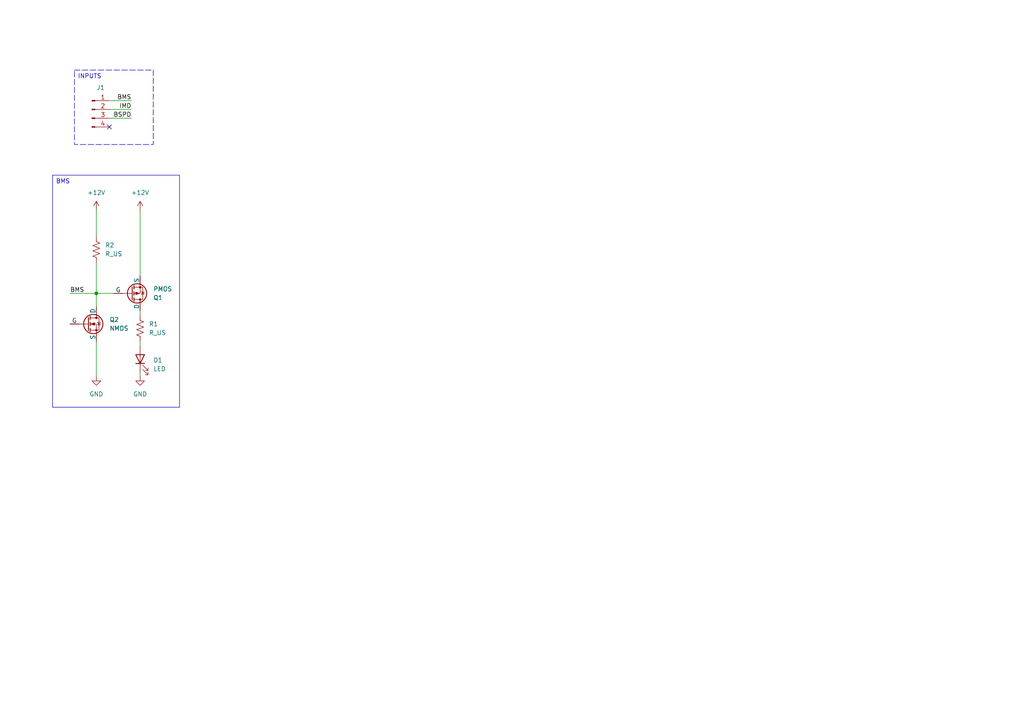
<source format=kicad_sch>
(kicad_sch (version 20230121) (generator eeschema)
  (paper "A4")
  (lib_symbols
    (symbol "Connector:Conn_01x04_Pin" (pin_names (offset 1.016) hide)
      (property "Reference" "J" (at 0 5.08 0))
      (property "Value" "Conn_01x04_Pin" (at 0 -7.62 0))
      (symbol "Conn_01x04_Pin_1_1"
        (polyline (pts (xy 1.27 -5.08) (xy 0.8636 -5.08)) (stroke (width 0.1524)))
        (polyline (pts (xy 1.27 -2.54) (xy 0.8636 -2.54)) (stroke (width 0.1524)))
        (polyline (pts (xy 1.27 0) (xy 0.8636 0)) (stroke (width 0.1524)))
        (polyline (pts (xy 1.27 2.54) (xy 0.8636 2.54)) (stroke (width 0.1524)))
        (rectangle (start 0.8636 -4.953) (end 0 -5.207) (stroke (width 0.1524)) (fill (type outline)))
        (rectangle (start 0.8636 -2.413) (end 0 -2.667) (stroke (width 0.1524)) (fill (type outline)))
        (rectangle (start 0.8636 0.127) (end 0 -0.127) (stroke (width 0.1524)) (fill (type outline)))
        (rectangle (start 0.8636 2.667) (end 0 2.413) (stroke (width 0.1524)) (fill (type outline)))
        (pin passive line (at 5.08 2.54 180) (length 3.81) (name "Pin_1") (number "1"))
        (pin passive line (at 5.08 0 180) (length 3.81) (name "Pin_2") (number "2"))
        (pin passive line (at 5.08 -2.54 180) (length 3.81) (name "Pin_3") (number "3"))
        (pin passive line (at 5.08 -5.08 180) (length 3.81) (name "Pin_4") (number "4"))
      )
    )
    (symbol "Device:LED" (pin_numbers hide) (pin_names (offset 1.016) hide)
      (property "Reference" "D" (at 0 2.54 0))
      (property "Value" "LED" (at 0 -2.54 0))
      (symbol "LED_0_1"
        (polyline (pts (xy -1.27 -1.27) (xy -1.27 1.27)) (stroke (width 0.254)))
        (polyline (pts (xy -1.27 0) (xy 1.27 0)))
        (polyline (pts (xy 1.27 -1.27) (xy 1.27 1.27) (xy -1.27 0) (xy 1.27 -1.27)) (stroke (width 0.254)))
        (polyline (pts (xy -3.048 -0.762) (xy -4.572 -2.286) (xy -3.81 -2.286) (xy -4.572 -2.286) (xy -4.572 -1.524)))
        (polyline (pts (xy -1.778 -0.762) (xy -3.302 -2.286) (xy -2.54 -2.286) (xy -3.302 -2.286) (xy -3.302 -1.524)))
      )
      (symbol "LED_1_1"
        (pin passive line (at -3.81 0 0) (length 2.54) (name "K") (number "1"))
        (pin passive line (at 3.81 0 180) (length 2.54) (name "A") (number "2"))
      )
    )
    (symbol "Device:R_US" (pin_numbers hide) (pin_names (offset 0))
      (property "Reference" "R" (at 2.54 0 90))
      (property "Value" "R_US" (at -2.54 0 90))
      (symbol "R_US_0_1"
        (polyline (pts (xy 0 -2.286) (xy 0 -2.54)))
        (polyline (pts (xy 0 2.286) (xy 0 2.54)))
        (polyline (pts (xy 0 -0.762) (xy 1.016 -1.143) (xy 0 -1.524) (xy -1.016 -1.905) (xy 0 -2.286)))
        (polyline (pts (xy 0 0.762) (xy 1.016 0.381) (xy 0 0) (xy -1.016 -0.381) (xy 0 -0.762)))
        (polyline (pts (xy 0 2.286) (xy 1.016 1.905) (xy 0 1.524) (xy -1.016 1.143) (xy 0 0.762)))
      )
      (symbol "R_US_1_1"
        (pin passive line (at 0 3.81 270) (length 1.27) (name "~") (number "1"))
        (pin passive line (at 0 -3.81 90) (length 1.27) (name "~") (number "2"))
      )
    )
    (symbol "Simulation_SPICE:NMOS" (pin_numbers hide) (pin_names (offset 0))
      (property "Reference" "Q" (at 5.08 1.27 0))
      (property "Value" "NMOS" (at 5.08 -1.27 0))
      (symbol "NMOS_0_1"
        (polyline (pts (xy 0.254 0) (xy -2.54 0)))
        (polyline (pts (xy 0.254 1.905) (xy 0.254 -1.905)) (stroke (width 0.254)))
        (polyline (pts (xy 0.762 -1.27) (xy 0.762 -2.286)) (stroke (width 0.254)))
        (polyline (pts (xy 0.762 0.508) (xy 0.762 -0.508)) (stroke (width 0.254)))
        (polyline (pts (xy 0.762 2.286) (xy 0.762 1.27)) (stroke (width 0.254)))
        (polyline (pts (xy 2.54 2.54) (xy 2.54 1.778)))
        (polyline (pts (xy 2.54 -2.54) (xy 2.54 0) (xy 0.762 0)))
        (polyline (pts (xy 0.762 -1.778) (xy 3.302 -1.778) (xy 3.302 1.778) (xy 0.762 1.778)))
        (polyline (pts (xy 1.016 0) (xy 2.032 0.381) (xy 2.032 -0.381) (xy 1.016 0)) (fill (type outline)))
        (polyline (pts (xy 2.794 0.508) (xy 2.921 0.381) (xy 3.683 0.381) (xy 3.81 0.254)))
        (polyline (pts (xy 3.302 0.381) (xy 2.921 -0.254) (xy 3.683 -0.254) (xy 3.302 0.381)))
        (circle (center 1.651 0) (radius 2.794) (stroke (width 0.254)))
        (circle (center 2.54 -1.778) (radius 0.254) (fill (type outline)))
        (circle (center 2.54 1.778) (radius 0.254) (fill (type outline)))
      )
      (symbol "NMOS_1_1"
        (pin passive line (at 2.54 5.08 270) (length 2.54) (name "D") (number "1"))
        (pin input line (at -5.08 0 0) (length 2.54) (name "G") (number "2"))
        (pin passive line (at 2.54 -5.08 90) (length 2.54) (name "S") (number "3"))
      )
    )
    (symbol "Simulation_SPICE:PMOS" (pin_numbers hide) (pin_names (offset 0))
      (property "Reference" "Q" (at 5.08 1.27 0))
      (property "Value" "PMOS" (at 5.08 -1.27 0))
      (symbol "PMOS_0_1"
        (polyline (pts (xy 0.254 0) (xy -2.54 0)))
        (polyline (pts (xy 0.254 1.905) (xy 0.254 -1.905)) (stroke (width 0.254)))
        (polyline (pts (xy 0.762 -1.27) (xy 0.762 -2.286)) (stroke (width 0.254)))
        (polyline (pts (xy 0.762 0.508) (xy 0.762 -0.508)) (stroke (width 0.254)))
        (polyline (pts (xy 0.762 2.286) (xy 0.762 1.27)) (stroke (width 0.254)))
        (polyline (pts (xy 2.54 2.54) (xy 2.54 1.778)))
        (polyline (pts (xy 2.54 -2.54) (xy 2.54 0) (xy 0.762 0)))
        (polyline (pts (xy 0.762 1.778) (xy 3.302 1.778) (xy 3.302 -1.778) (xy 0.762 -1.778)))
        (polyline (pts (xy 2.286 0) (xy 1.27 0.381) (xy 1.27 -0.381) (xy 2.286 0)) (fill (type outline)))
        (polyline (pts (xy 2.794 -0.508) (xy 2.921 -0.381) (xy 3.683 -0.381) (xy 3.81 -0.254)))
        (polyline (pts (xy 3.302 -0.381) (xy 2.921 0.254) (xy 3.683 0.254) (xy 3.302 -0.381)))
        (circle (center 1.651 0) (radius 2.794) (stroke (width 0.254)))
        (circle (center 2.54 -1.778) (radius 0.254) (fill (type outline)))
        (circle (center 2.54 1.778) (radius 0.254) (fill (type outline)))
      )
      (symbol "PMOS_1_1"
        (pin passive line (at 2.54 5.08 270) (length 2.54) (name "D") (number "1"))
        (pin input line (at -5.08 0 0) (length 2.54) (name "G") (number "2"))
        (pin passive line (at 2.54 -5.08 90) (length 2.54) (name "S") (number "3"))
      )
    )
    (symbol "power:+12V" (power) (pin_names (offset 0))
      (property "Value" "+12V" (at 0 3.556 0))
      (symbol "+12V_0_1"
        (polyline (pts (xy -0.762 1.27) (xy 0 2.54)))
        (polyline (pts (xy 0 0) (xy 0 2.54)))
        (polyline (pts (xy 0 2.54) (xy 0.762 1.27)))
      )
      (symbol "+12V_1_1"
        (pin power_in line (at 0 0 90) (length 0) hide (name "+12V") (number "1"))
      )
    )
    (symbol "power:GND" (power) (pin_names (offset 0))
      (property "Value" "GND" (at 0 -3.81 0))
      (symbol "GND_0_1"
        (polyline (pts (xy 0 0) (xy 0 -1.27) (xy 1.27 -1.27) (xy 0 -2.54) (xy -1.27 -1.27) (xy 0 -1.27)))
      )
      (symbol "GND_1_1"
        (pin power_in line (at 0 0 270) (length 0) hide (name "GND") (number "1"))
      )
    )
  )
  (junction (at 27.94 85.09))
  (no_connect (at 31.75 36.83))
  (wire (pts (xy 40.64 90.17) (xy 40.64 91.44)))
  (wire (pts (xy 38.1 34.29) (xy 31.75 34.29)))
  (wire (pts (xy 40.64 99.06) (xy 40.64 100.33)))
  (wire (pts (xy 27.94 68.58) (xy 27.94 60.96)))
  (wire (pts (xy 38.1 29.21) (xy 31.75 29.21)))
  (wire (pts (xy 27.94 88.9) (xy 27.94 85.09)))
  (wire (pts (xy 27.94 85.09) (xy 20.32 85.09)))
  (wire (pts (xy 27.94 76.2) (xy 27.94 85.09)))
  (wire (pts (xy 38.1 31.75) (xy 31.75 31.75)))
  (wire (pts (xy 40.64 107.95) (xy 40.64 109.22)))
  (wire (pts (xy 40.64 60.96) (xy 40.64 80.01)))
  (wire (pts (xy 27.94 109.22) (xy 27.94 99.06)))
  (wire (pts (xy 33.02 85.09) (xy 27.94 85.09)))
  (text_box "BMS" (at 15.24 50.8 0) (size 36.83 67.31) (effects (font (size 1.27 1.27)) (justify left top)))
  (text_box "INPUTS\n" (at 21.59 20.32 0) (size 22.86 21.59) (stroke (width 0) (type dash)) (effects (font (size 1.27 1.27)) (justify left top)))
  (label "BSPD" (at 38.1 34.29 180))
  (label "BMS" (at 38.1 29.21 180))
  (label "BMS" (at 20.32 85.09 0))
  (label "IMD" (at 38.1 31.75 180))
  (symbol (lib_id "Device:LED") (at 40.64 104.14 90) (unit 1)
    (property "Reference" "D1" (at 44.45 104.4575 90) (effects (justify right)))
    (property "Value" "LED" (at 44.45 106.9975 90) (effects (justify right)))
  )
  (symbol (lib_id "power:+12V") (at 40.64 60.96 0) (unit 1)
    (property "Reference" "#PWR01" (effects hide))
    (property "Value" "+12V" (at 40.64 55.88 0))
  )
  (symbol (lib_id "Connector:Conn_01x04_Pin") (at 26.67 31.75 0) (unit 1)
    (property "Reference" "J1" (at 29.21 25.4 0))
    (property "Value" "Conn_01x04_Pin" (effects hide))
  )
  (symbol (lib_id "power:GND") (at 40.64 109.22 0) (unit 1)
    (property "Reference" "#PWR02" (effects hide))
    (property "Value" "GND" (at 40.64 114.3 0))
  )
  (symbol (lib_id "power:GND") (at 27.94 109.22 0) (unit 1)
    (property "Reference" "#PWR04" (effects hide))
    (property "Value" "GND" (at 27.94 114.3 0))
  )
  (symbol (lib_id "Simulation_SPICE:PMOS") (at 38.1 85.09 0) (mirror x) (unit 1)
    (property "Reference" "Q1" (at 44.45 86.36 0) (effects (justify left)))
    (property "Value" "PMOS" (at 44.45 83.82 0) (effects (justify left)))
    (property "Datasheet" "https://ngspice.sourceforge.io/docs/ngspice-manual.pdf" (effects hide))
    (property "Sim.Device" "PMOS" (effects hide))
    (property "Sim.Type" "VDMOS" (effects hide))
    (property "Sim.Pins" "1=D 2=G 3=S" (effects hide))
  )
  (symbol (lib_id "Simulation_SPICE:NMOS") (at 25.4 93.98 0) (unit 1)
    (property "Reference" "Q2" (at 31.75 92.71 0) (effects (justify left)))
    (property "Value" "NMOS" (at 31.75 95.25 0) (effects (justify left)))
    (property "Datasheet" "https://ngspice.sourceforge.io/docs/ngspice-manual.pdf" (effects hide))
    (property "Sim.Device" "NMOS" (effects hide))
    (property "Sim.Type" "VDMOS" (effects hide))
    (property "Sim.Pins" "1=D 2=G 3=S" (effects hide))
  )
  (symbol (lib_id "Device:R_US") (at 27.94 72.39 180) (unit 1)
    (property "Reference" "R2" (at 30.48 71.12 0) (effects (justify right)))
    (property "Value" "R_US" (at 30.48 73.66 0) (effects (justify right)))
  )
  (symbol (lib_id "power:+12V") (at 27.94 60.96 0) (unit 1)
    (property "Reference" "#PWR03" (effects hide))
    (property "Value" "+12V" (at 27.94 55.88 0))
  )
  (symbol (lib_id "Device:R_US") (at 40.64 95.25 180) (unit 1)
    (property "Reference" "R1" (at 43.18 93.98 0) (effects (justify right)))
    (property "Value" "R_US" (at 43.18 96.52 0) (effects (justify right)))
  )
)
</source>
